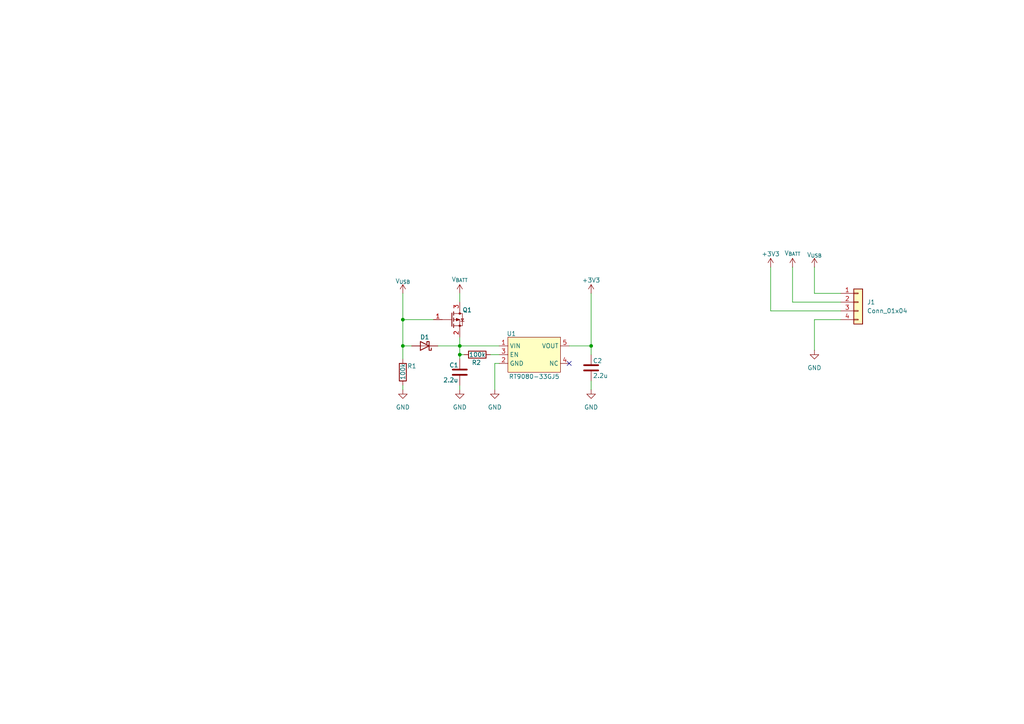
<source format=kicad_sch>
(kicad_sch (version 20231120) (generator "eeschema") (generator_version "8.0")
  (paper "A4")
  (lib_symbols
    (symbol "Connector_Generic:Conn_01x04" (pin_names (offset 1.016) hide)
      (property "Reference" "J" (at 0 5.08 0))
      (property "Value" "Conn_01x04" (at 0 -7.62 0))
      (symbol "Conn_01x04_1_1"
        (rectangle (start -1.27 -4.953) (end 0 -5.207) (stroke (width 0.1524)))
        (rectangle (start -1.27 -2.413) (end 0 -2.667) (stroke (width 0.1524)))
        (rectangle (start -1.27 0.127) (end 0 -0.127) (stroke (width 0.1524)))
        (rectangle (start -1.27 2.667) (end 0 2.413) (stroke (width 0.1524)))
        (rectangle (start -1.27 3.81) (end 1.27 -6.35) (stroke (width 0.254)) (fill (type background)))
        (pin passive line (at -5.08 2.54 0) (length 3.81) (name "Pin_1") (number "1"))
        (pin passive line (at -5.08 0 0) (length 3.81) (name "Pin_2") (number "2"))
        (pin passive line (at -5.08 -2.54 0) (length 3.81) (name "Pin_3") (number "3"))
        (pin passive line (at -5.08 -5.08 0) (length 3.81) (name "Pin_4") (number "4"))
      )
    )
    (symbol "Device:C" (pin_numbers hide) (pin_names (offset 0.254))
      (property "Reference" "C" (at 0.635 2.54 0))
      (property "Value" "C" (at 0.635 -2.54 0))
      (symbol "C_0_1"
        (polyline (pts (xy -2.032 -0.762) (xy 2.032 -0.762)) (stroke (width 0.508)))
        (polyline (pts (xy -2.032 0.762) (xy 2.032 0.762)) (stroke (width 0.508)))
      )
      (symbol "C_1_1"
        (pin passive line (at 0 3.81 270) (length 2.794) (name "~") (number "1"))
        (pin passive line (at 0 -3.81 90) (length 2.794) (name "~") (number "2"))
      )
    )
    (symbol "Device:D_Schottky" (pin_numbers hide) (pin_names (offset 1.016) hide)
      (property "Reference" "D" (at 0 2.54 0))
      (property "Value" "D_Schottky" (at 0 -2.54 0))
      (symbol "D_Schottky_0_1"
        (polyline (pts (xy 1.27 0) (xy -1.27 0)))
        (polyline (pts (xy 1.27 1.27) (xy 1.27 -1.27) (xy -1.27 0) (xy 1.27 1.27)) (stroke (width 0.254)))
        (polyline (pts (xy -1.905 0.635) (xy -1.905 1.27) (xy -1.27 1.27) (xy -1.27 -1.27) (xy -0.635 -1.27) (xy -0.635 -0.635)) (stroke (width 0.254)))
      )
      (symbol "D_Schottky_1_1"
        (pin passive line (at -3.81 0 0) (length 2.54) (name "K") (number "1"))
        (pin passive line (at 3.81 0 180) (length 2.54) (name "A") (number "2"))
      )
    )
    (symbol "NobleCrafted:DMG2305UX-7" (pin_names hide)
      (property "Reference" "Q" (at 3.048 -13.208 0))
      (property "Value" "DMG2305UX-7" (at 0.254 -13.208 0))
      (symbol "DMG2305UX-7_0_1"
        (circle (center 0 -1.778) (radius 0.254) (fill (type outline)))
        (polyline (pts (xy -2.286 0) (xy -5.08 0)))
        (polyline (pts (xy -2.286 1.905) (xy -2.286 -1.905)) (stroke (width 0.254)))
        (polyline (pts (xy -1.778 -1.27) (xy -1.778 -2.286)) (stroke (width 0.254)))
        (polyline (pts (xy -1.778 0.508) (xy -1.778 -0.508)) (stroke (width 0.254)))
        (polyline (pts (xy -1.778 2.286) (xy -1.778 1.27)) (stroke (width 0.254)))
        (polyline (pts (xy 0 2.54) (xy 0 1.778)))
        (polyline (pts (xy 1.27 -0.508) (xy 0.254 -0.508)))
        (polyline (pts (xy 0 -2.54) (xy 0 0) (xy -1.778 0)))
        (polyline (pts (xy -1.778 -1.778) (xy 0.762 -1.778) (xy 0.762 1.778) (xy -1.778 1.778)))
        (polyline (pts (xy 0 0) (xy -1.016 -0.381) (xy -1.016 0.381) (xy 0 0)) (fill (type outline)))
        (polyline (pts (xy 0.762 -0.381) (xy 0.381 0.254) (xy 1.143 0.254) (xy 0.762 -0.381)))
        (circle (center 0 1.778) (radius 0.254) (fill (type outline)))
      )
      (symbol "DMG2305UX-7_1_1"
        (pin input line (at -7.62 0 0) (length 2.54) (name "G") (number "1"))
        (pin passive line (at 0 -5.08 90) (length 2.54) (name "S") (number "2"))
        (pin passive line (at 0 5.08 270) (length 2.54) (name "D") (number "3"))
      )
    )
    (symbol "NobleCrafted:RT9080-33GJ5"
      (property "Reference" "U" (at -6.858 6.096 0))
      (property "Value" "RT9080-33GJ5" (at -0.508 -6.35 0))
      (symbol "RT9080-33GJ5_1_1"
        (rectangle (start -7.62 5.08) (end 7.62 -5.08) (fill (type background)))
        (pin power_in line (at -10.16 2.54 0) (length 2.54) (name "VIN") (number "1"))
        (pin power_in line (at -10.16 -2.54 0) (length 2.54) (name "GND") (number "2"))
        (pin input line (at -10.16 0 0) (length 2.54) (name "EN") (number "3"))
        (pin unspecified line (at 10.16 -2.54 180) (length 2.54) (name "NC") (number "4"))
        (pin power_out line (at 10.16 2.54 180) (length 2.54) (name "VOUT") (number "5"))
      )
    )
    (symbol "R_2" (pin_numbers hide) (pin_names (offset 0))
      (property "Reference" "R" (at 2.032 0 90))
      (property "Value" "R" (at 0 0 90))
      (symbol "R_2_0_1"
        (rectangle (start -1.016 -2.54) (end 1.016 2.54) (stroke (width 0.254)))
      )
      (symbol "R_2_1_1"
        (pin passive line (at 0 3.81 270) (length 1.27) (name "~") (number "1"))
        (pin passive line (at 0 -3.81 90) (length 1.27) (name "~") (number "2"))
      )
    )
    (symbol "power:+3V3" (power) (pin_numbers hide) (pin_names (offset 0) hide)
      (property "Value" "+3V3" (at 0 3.556 0))
      (symbol "+3V3_0_1"
        (polyline (pts (xy -0.762 1.27) (xy 0 2.54)))
        (polyline (pts (xy 0 0) (xy 0 2.54)))
        (polyline (pts (xy 0 2.54) (xy 0.762 1.27)))
      )
      (symbol "+3V3_1_1"
        (pin power_in line (at 0 0 90) (length 0) (name "~") (number "1"))
      )
    )
    (symbol "power:+BATT" (power) (pin_numbers hide) (pin_names (offset 0) hide)
      (property "Value" "+BATT" (at 0 3.556 0))
      (symbol "+BATT_0_1"
        (polyline (pts (xy -0.762 1.27) (xy 0 2.54)))
        (polyline (pts (xy 0 0) (xy 0 2.54)))
        (polyline (pts (xy 0 2.54) (xy 0.762 1.27)))
      )
      (symbol "+BATT_1_1"
        (pin power_in line (at 0 0 90) (length 0) (name "~") (number "1"))
      )
    )
    (symbol "power:GND" (power) (pin_numbers hide) (pin_names (offset 0) hide)
      (property "Value" "GND" (at 0 -3.81 0))
      (symbol "GND_0_1"
        (polyline (pts (xy 0 0) (xy 0 -1.27) (xy 1.27 -1.27) (xy 0 -2.54) (xy -1.27 -1.27) (xy 0 -1.27)))
      )
      (symbol "GND_1_1"
        (pin power_in line (at 0 0 270) (length 0) (name "~") (number "1"))
      )
    )
  )
  (junction (at 116.84 92.71))
  (junction (at 133.35 102.87))
  (junction (at 133.35 100.33))
  (junction (at 116.84 100.33))
  (junction (at 171.45 100.33))
  (no_connect (at 165.1 105.41))
  (wire (pts (xy 133.35 111.76) (xy 133.35 113.03)))
  (wire (pts (xy 143.51 105.41) (xy 143.51 113.03)))
  (wire (pts (xy 133.35 97.79) (xy 133.35 100.33)))
  (wire (pts (xy 133.35 85.09) (xy 133.35 87.63)))
  (wire (pts (xy 236.22 101.6) (xy 236.22 92.71)))
  (wire (pts (xy 116.84 85.09) (xy 116.84 92.71)))
  (wire (pts (xy 142.24 102.87) (xy 144.78 102.87)))
  (wire (pts (xy 223.52 90.17) (xy 243.84 90.17)))
  (wire (pts (xy 116.84 111.76) (xy 116.84 113.03)))
  (wire (pts (xy 236.22 92.71) (xy 243.84 92.71)))
  (wire (pts (xy 171.45 100.33) (xy 171.45 102.87)))
  (wire (pts (xy 134.62 102.87) (xy 133.35 102.87)))
  (wire (pts (xy 171.45 85.09) (xy 171.45 100.33)))
  (wire (pts (xy 116.84 100.33) (xy 116.84 104.14)))
  (wire (pts (xy 116.84 100.33) (xy 119.38 100.33)))
  (wire (pts (xy 236.22 85.09) (xy 243.84 85.09)))
  (wire (pts (xy 133.35 102.87) (xy 133.35 100.33)))
  (wire (pts (xy 165.1 100.33) (xy 171.45 100.33)))
  (wire (pts (xy 133.35 102.87) (xy 133.35 104.14)))
  (wire (pts (xy 229.87 77.47) (xy 229.87 87.63)))
  (wire (pts (xy 116.84 92.71) (xy 116.84 100.33)))
  (wire (pts (xy 143.51 105.41) (xy 144.78 105.41)))
  (wire (pts (xy 171.45 110.49) (xy 171.45 113.03)))
  (wire (pts (xy 133.35 100.33) (xy 144.78 100.33)))
  (wire (pts (xy 127 100.33) (xy 133.35 100.33)))
  (wire (pts (xy 236.22 77.47) (xy 236.22 85.09)))
  (wire (pts (xy 116.84 92.71) (xy 125.73 92.71)))
  (wire (pts (xy 229.87 87.63) (xy 243.84 87.63)))
  (wire (pts (xy 223.52 77.47) (xy 223.52 90.17)))
  (symbol (lib_id "power:+3V3") (at 171.45 85.09 0) (unit 1)
    (property "Reference" "#PWR06" (effects (hide yes)))
    (property "Value" "+3V3" (at 171.45 81.28 0))
    (property "Description" "Power symbol creates a global label with name \"+3V3\"" (effects (hide yes)))
  )
  (symbol (lib_id "NobleCrafted:RT9080-33GJ5") (at 154.94 102.87 0) (unit 1)
    (property "Reference" "U1" (at 148.336 96.774 0))
    (property "Value" "RT9080-33GJ5" (at 154.94 109.22 0))
    (property "Footprint" "Package_TO_SOT_SMD:TSOT-23-5" (effects (hide yes)))
    (property "Manufacturer" "Microchip Technology" (effects (hide yes)))
    (property "Part Number" "MCP73831T-2ACI/OT" (effects (hide yes)))
    (property "DIGIKEY" "MCP73831T-2ACI/OTCT-ND" (effects (hide yes)))
  )
  (symbol (lib_id "Device:D_Schottky") (at 123.19 100.33 180) (unit 1)
    (property "Reference" "D1" (at 123.19 97.79 0))
    (property "Value" "Schottky" (effects (hide yes)))
    (property "Footprint" "Diode_SMD:D_SOD-323" (effects (hide yes)))
    (property "Description" "Schottky diode" (effects (hide yes)))
    (property "DIGIKEY" "497-3381-1-ND" (effects (hide yes)))
    (property "Manufacturer" "STMicroelectronics" (effects (hide yes)))
    (property "Part Number" "BAT20JFILM" (effects (hide yes)))
  )
  (symbol (lib_id "power:GND") (at 171.45 113.03 0) (unit 1)
    (property "Reference" "#PWR07" (effects (hide yes)))
    (property "Value" "GND" (at 171.45 118.11 0))
    (property "Description" "Power symbol creates a global label with name \"GND\" , ground" (effects (hide yes)))
  )
  (symbol (lib_name "R_2") (lib_id "Device:R") (at 138.43 102.87 90) (unit 1)
    (property "Reference" "R2" (at 138.176 105.156 90))
    (property "Value" "100k" (at 138.43 102.87 90))
    (property "Footprint" "Resistor_SMD:R_1206_3216Metric" (effects (hide yes)))
    (property "Description" "Resistor" (effects (hide yes)))
    (property "Manufacturer" "YAGEO" (effects (hide yes)))
    (property "Part Number" "RC1206FR-07100KL" (effects (hide yes)))
    (property "DIGIKEY" "311-100KFRCT-ND" (effects (hide yes)))
  )
  (symbol (lib_id "power:GND") (at 133.35 113.03 0) (unit 1)
    (property "Reference" "#PWR04" (effects (hide yes)))
    (property "Value" "GND" (at 133.35 118.11 0))
    (property "Description" "Power symbol creates a global label with name \"GND\" , ground" (effects (hide yes)))
  )
  (symbol (lib_id "power:+BATT") (at 229.87 77.47 0) (unit 1)
    (property "Reference" "#PWR09" (effects (hide yes)))
    (property "Value" "V_{BATT}" (at 229.87 73.406 0))
    (property "Description" "Power symbol creates a global label with name \"+BATT\"" (effects (hide yes)))
  )
  (symbol (lib_id "power:+BATT") (at 133.35 85.09 0) (unit 1)
    (property "Reference" "#PWR03" (effects (hide yes)))
    (property "Value" "V_{BATT}" (at 133.35 81.026 0))
    (property "Description" "Power symbol creates a global label with name \"+BATT\"" (effects (hide yes)))
  )
  (symbol (lib_id "Connector_Generic:Conn_01x04") (at 248.92 87.63 0) (unit 1)
    (property "Reference" "J1" (at 251.46 87.6299 0) (effects (justify left)))
    (property "Value" "Conn_01x04" (at 251.46 90.1699 0) (effects (justify left)))
    (property "Footprint" "Connector_PinHeader_2.54mm:PinHeader_1x04_P2.54mm_Vertical" (effects (hide yes)))
    (property "Description" "Generic connector, single row, 01x04, script generated (kicad-library-utils/schlib/autogen/connector/)" (effects (hide yes)))
  )
  (symbol (lib_id "power:GND") (at 116.84 113.03 0) (unit 1)
    (property "Reference" "#PWR02" (effects (hide yes)))
    (property "Value" "GND" (at 116.84 118.11 0))
    (property "Description" "Power symbol creates a global label with name \"GND\" , ground" (effects (hide yes)))
  )
  (symbol (lib_id "power:GND") (at 143.51 113.03 0) (unit 1)
    (property "Reference" "#PWR05" (effects (hide yes)))
    (property "Value" "GND" (at 143.51 118.11 0))
    (property "Description" "Power symbol creates a global label with name \"GND\" , ground" (effects (hide yes)))
  )
  (symbol (lib_id "NobleCrafted:DMG2305UX-7") (at 133.35 92.71 0) (unit 1)
    (property "Reference" "Q1" (at 134.112 89.916 0) (effects (justify left)))
    (property "Value" "MOSFET" (effects (hide yes)))
    (property "Footprint" "Package_TO_SOT_SMD:SOT-23-3" (effects (hide yes)))
    (property "Datasheet" "https://www.diodes.com/assets/Datasheets/DMG2305UX.pdf" (effects (hide yes)))
    (property "Description" "P-Channel MOSFET" (effects (hide yes)))
    (property "Manufacturer" "Diodes Incorporated" (effects (hide yes)))
    (property "Part Number" "DMG2305UX-7" (effects (hide yes)))
    (property "DIGIKEY" "DMG2305UX-7DICT-ND" (effects (hide yes)))
  )
  (symbol (lib_id "Device:C") (at 133.35 107.95 0) (unit 1)
    (property "Reference" "C1" (at 130.302 105.918 0) (effects (justify left)))
    (property "Value" "2.2u" (at 128.524 110.236 0) (effects (justify left)))
    (property "Footprint" "Capacitor_SMD:C_1206_3216Metric" (effects (hide yes)))
    (property "Description" "Unpolarized capacitor" (effects (hide yes)))
    (property "DIGIKEY" "1276-1264-1-ND" (effects (hide yes)))
    (property "Manufacturer" "Samsung Electro-Mechanics" (effects (hide yes)))
    (property "Part Number" "CL31B225KOHNNNE" (effects (hide yes)))
  )
  (symbol (lib_id "Device:C") (at 171.45 106.68 0) (unit 1)
    (property "Reference" "C2" (at 171.958 104.648 0) (effects (justify left)))
    (property "Value" "2.2u" (at 171.958 108.966 0) (effects (justify left)))
    (property "Footprint" "Capacitor_SMD:C_1206_3216Metric" (effects (hide yes)))
    (property "Description" "Unpolarized capacitor" (effects (hide yes)))
    (property "DIGIKEY" "1276-1264-1-ND" (effects (hide yes)))
    (property "Manufacturer" "Samsung Electro-Mechanics" (effects (hide yes)))
    (property "Part Number" "CL31B225KOHNNNE" (effects (hide yes)))
  )
  (symbol (lib_id "power:+BATT") (at 236.22 77.47 0) (unit 1)
    (property "Reference" "#PWR08" (effects (hide yes)))
    (property "Value" "V_{USB}" (at 236.22 73.914 0))
    (property "Description" "Power symbol creates a global label with name \"+BATT\"" (effects (hide yes)))
  )
  (symbol (lib_name "R_2") (lib_id "Device:R") (at 116.84 107.95 0) (unit 1)
    (property "Reference" "R1" (at 118.11 106.172 0) (effects (justify left)))
    (property "Value" "100k" (at 116.84 110.236 90) (effects (justify left)))
    (property "Footprint" "Resistor_SMD:R_1206_3216Metric" (effects (hide yes)))
    (property "Description" "Resistor" (effects (hide yes)))
    (property "Manufacturer" "YAGEO" (effects (hide yes)))
    (property "Part Number" "RC1206FR-07100KL" (effects (hide yes)))
    (property "DIGIKEY" "311-100KFRCT-ND" (effects (hide yes)))
  )
  (symbol (lib_id "power:GND") (at 236.22 101.6 0) (unit 1)
    (property "Reference" "#PWR011" (effects (hide yes)))
    (property "Value" "GND" (at 236.22 106.68 0))
    (property "Description" "Power symbol creates a global label with name \"GND\" , ground" (effects (hide yes)))
  )
  (symbol (lib_id "power:+BATT") (at 116.84 85.09 0) (unit 1)
    (property "Reference" "#PWR01" (effects (hide yes)))
    (property "Value" "V_{USB}" (at 116.84 81.534 0))
    (property "Description" "Power symbol creates a global label with name \"+BATT\"" (effects (hide yes)))
  )
  (symbol (lib_id "power:+3V3") (at 223.52 77.47 0) (unit 1)
    (property "Reference" "#PWR010" (effects (hide yes)))
    (property "Value" "+3V3" (at 223.52 73.66 0))
    (property "Description" "Power symbol creates a global label with name \"+3V3\"" (effects (hide yes)))
  )
)
</source>
